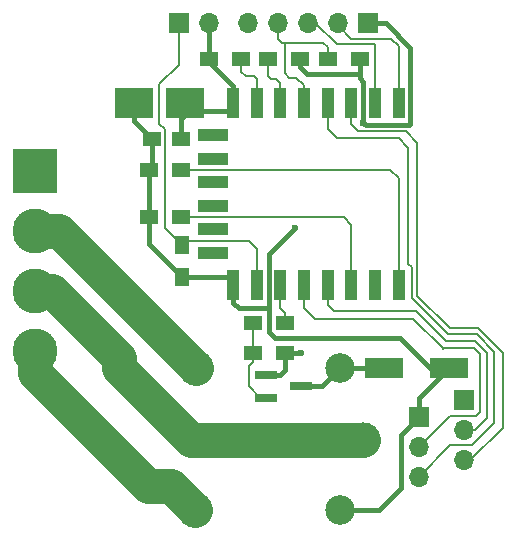
<source format=gbl>
G04 #@! TF.FileFunction,Copper,L2,Bot,Signal*
%FSLAX46Y46*%
G04 Gerber Fmt 4.6, Leading zero omitted, Abs format (unit mm)*
G04 Created by KiCad (PCBNEW 4.0.6) date Thursday, 27 July 2017 21:49:40*
%MOMM*%
%LPD*%
G01*
G04 APERTURE LIST*
%ADD10C,0.100000*%
%ADD11C,2.500000*%
%ADD12C,3.000000*%
%ADD13C,3.810000*%
%ADD14R,3.810000X3.810000*%
%ADD15R,3.200000X2.500000*%
%ADD16R,1.500000X1.250000*%
%ADD17R,3.300000X1.700000*%
%ADD18R,1.700000X1.700000*%
%ADD19O,1.700000X1.700000*%
%ADD20R,1.900000X0.800000*%
%ADD21R,1.500000X1.300000*%
%ADD22R,1.300000X1.500000*%
%ADD23R,1.100000X2.500000*%
%ADD24R,2.500000X1.100000*%
%ADD25C,0.600000*%
%ADD26C,0.400000*%
%ADD27C,0.200000*%
%ADD28C,3.000000*%
G04 APERTURE END LIST*
D10*
D11*
X145050000Y-102050000D03*
D12*
X132850000Y-102050000D03*
X132800000Y-114100000D03*
D11*
X145050000Y-114050000D03*
D12*
X147000000Y-108100000D03*
D13*
X119200000Y-90460000D03*
X119200000Y-95540000D03*
D14*
X119200000Y-85380000D03*
D13*
X119200000Y-100620000D03*
D15*
X127600000Y-79650000D03*
X131900000Y-79650000D03*
D16*
X131600000Y-82650000D03*
X129100000Y-82650000D03*
D17*
X154300000Y-102050000D03*
X148800000Y-102050000D03*
D18*
X131400000Y-72800000D03*
D19*
X133940000Y-72800000D03*
D20*
X138750000Y-104550000D03*
X138750000Y-102650000D03*
X141750000Y-103600000D03*
D21*
X131600000Y-85300000D03*
X128900000Y-85300000D03*
X131550000Y-89300000D03*
X128850000Y-89300000D03*
X140350000Y-100750000D03*
X137650000Y-100750000D03*
X133950000Y-75850000D03*
X136650000Y-75850000D03*
X137650000Y-98250000D03*
X140350000Y-98250000D03*
X144000000Y-75850000D03*
X146700000Y-75850000D03*
D22*
X131650000Y-91650000D03*
X131650000Y-94350000D03*
D21*
X141650000Y-75850000D03*
X138950000Y-75850000D03*
D23*
X150000000Y-95000000D03*
X148000000Y-95000000D03*
X146000000Y-95000000D03*
X144000000Y-95000000D03*
X142000000Y-95000000D03*
X140000000Y-95000000D03*
X138000000Y-95000000D03*
X136000000Y-95000000D03*
X136000000Y-79600000D03*
X138000000Y-79600000D03*
X140000000Y-79600000D03*
X142000000Y-79600000D03*
X144000000Y-79600000D03*
X146000000Y-79600000D03*
X148000000Y-79600000D03*
X150000000Y-79600000D03*
D24*
X134300000Y-92310000D03*
X134300000Y-90310000D03*
X134300000Y-88310000D03*
X134300000Y-86310000D03*
X134300000Y-84310000D03*
X134300000Y-82310000D03*
D18*
X147400000Y-72800000D03*
D19*
X144860000Y-72800000D03*
X142320000Y-72800000D03*
X139780000Y-72800000D03*
X137240000Y-72800000D03*
D18*
X151700000Y-106200000D03*
D19*
X151700000Y-108740000D03*
X151700000Y-111280000D03*
D18*
X155500000Y-104750000D03*
D19*
X155500000Y-107290000D03*
X155500000Y-109830000D03*
D25*
X147000000Y-81300000D03*
X141200000Y-90200000D03*
X141700000Y-100750000D03*
D26*
X147000000Y-81300000D02*
X147000000Y-81299998D01*
X142250000Y-77150000D02*
X146250000Y-77150000D01*
X146250000Y-77150000D02*
X146700000Y-77150000D01*
X146700000Y-77150000D02*
X146650000Y-77200000D01*
X146650000Y-77200000D02*
X146700000Y-77200000D01*
X146700000Y-77500000D02*
X146700000Y-77200000D01*
X146700000Y-77200000D02*
X146700000Y-75850000D01*
X147400000Y-72800000D02*
X148850000Y-72800000D01*
X148850000Y-72800000D02*
X148900000Y-72850000D01*
X151000000Y-81400000D02*
X151000000Y-74950000D01*
X151000000Y-74950000D02*
X148900000Y-72850000D01*
X136500000Y-97000000D02*
X138400000Y-97000000D01*
X138400000Y-97000000D02*
X139000000Y-97000000D01*
X139000000Y-97000000D02*
X138850000Y-97000000D01*
X138850000Y-97000000D02*
X139000000Y-97000000D01*
X139000000Y-97500000D02*
X139000000Y-97000000D01*
X139000000Y-97000000D02*
X139000000Y-92400000D01*
X139000000Y-92400000D02*
X141200000Y-90200000D01*
X145050000Y-114050000D02*
X148350000Y-114050000D01*
X148350000Y-114050000D02*
X150200000Y-112200000D01*
X150200000Y-112200000D02*
X150200000Y-107700000D01*
X150200000Y-107700000D02*
X151700000Y-106200000D01*
X154300000Y-102050000D02*
X154250000Y-102050000D01*
X154250000Y-102050000D02*
X151700000Y-104600000D01*
X151700000Y-104600000D02*
X151700000Y-106200000D01*
X149750000Y-99500000D02*
X150100000Y-99500000D01*
X150100000Y-99500000D02*
X152650000Y-102050000D01*
X152650000Y-102050000D02*
X154300000Y-102050000D01*
X136000000Y-96500000D02*
X136000000Y-94300000D01*
X149750000Y-99500000D02*
X139500000Y-99500000D01*
X139500000Y-99500000D02*
X139000000Y-99000000D01*
X139000000Y-99000000D02*
X139000000Y-97500000D01*
X136500000Y-97000000D02*
X136000000Y-96500000D01*
X127600000Y-78950000D02*
X127600000Y-79650000D01*
X127600000Y-79050000D02*
X127600000Y-79650000D01*
X127600000Y-79650000D02*
X127600000Y-79000000D01*
X147200000Y-81499998D02*
X150900002Y-81499998D01*
X146700000Y-77500000D02*
X147000000Y-77800000D01*
X147000000Y-77800000D02*
X147000000Y-81299998D01*
X147000000Y-81299998D02*
X147200000Y-81499998D01*
X150900002Y-81499998D02*
X151000000Y-81400000D01*
X128850000Y-89300000D02*
X128850000Y-91550000D01*
X128850000Y-91550000D02*
X131650000Y-94350000D01*
X128900000Y-85300000D02*
X128900000Y-89250000D01*
X128900000Y-89250000D02*
X128850000Y-89300000D01*
X129100000Y-82650000D02*
X129100000Y-85100000D01*
X129100000Y-85100000D02*
X128900000Y-85300000D01*
X127600000Y-79650000D02*
X127600000Y-81150000D01*
X127600000Y-81150000D02*
X129100000Y-82650000D01*
X141650000Y-76550000D02*
X142250000Y-77150000D01*
X141650000Y-75850000D02*
X141650000Y-76550000D01*
X131600000Y-94300000D02*
X136000000Y-94300000D01*
X140350000Y-100750000D02*
X141700000Y-100750000D01*
X140350000Y-100750000D02*
X140350000Y-102250000D01*
X140350000Y-102250000D02*
X139950000Y-102650000D01*
X139950000Y-102650000D02*
X138750000Y-102650000D01*
X136000000Y-80300000D02*
X132300000Y-80300000D01*
X131600000Y-81000000D02*
X131600000Y-82650000D01*
X132300000Y-80300000D02*
X131600000Y-81000000D01*
X133940000Y-72800000D02*
X133800000Y-72800000D01*
X136000000Y-80300000D02*
X136000000Y-78200000D01*
X133940000Y-76140000D02*
X133940000Y-75500000D01*
X133940000Y-75500000D02*
X133940000Y-72800000D01*
X136000000Y-78200000D02*
X133940000Y-76140000D01*
D27*
X131400000Y-72800000D02*
X131400000Y-76350000D01*
X130200000Y-90200000D02*
X131650000Y-91650000D01*
X130200000Y-81800000D02*
X130200000Y-90200000D01*
X129750000Y-81350000D02*
X130200000Y-81800000D01*
X129750000Y-78000000D02*
X129750000Y-81350000D01*
X131400000Y-76350000D02*
X129750000Y-78000000D01*
X131350000Y-72850000D02*
X131400000Y-72800000D01*
X131650000Y-91300000D02*
X137300000Y-91300000D01*
X138000000Y-92000000D02*
X138000000Y-94300000D01*
X137300000Y-91300000D02*
X138000000Y-92000000D01*
X140350000Y-98250000D02*
X140350000Y-97350000D01*
X140000000Y-97000000D02*
X140000000Y-94300000D01*
X140350000Y-97350000D02*
X140000000Y-97000000D01*
X140000000Y-94300000D02*
X140000000Y-96200000D01*
D26*
X145050000Y-102050000D02*
X148800000Y-102050000D01*
X141750000Y-103600000D02*
X143500000Y-103600000D01*
X143500000Y-103600000D02*
X145050000Y-102050000D01*
D27*
X144860000Y-72800000D02*
X144860000Y-73010000D01*
X144860000Y-73010000D02*
X146000000Y-74150000D01*
X150000000Y-74800000D02*
X150000000Y-80300000D01*
X149350000Y-74150000D02*
X150000000Y-74800000D01*
X146000000Y-74150000D02*
X149350000Y-74150000D01*
X144900000Y-72840000D02*
X144860000Y-72800000D01*
X142320000Y-72800000D02*
X142950000Y-72800000D01*
X142950000Y-72800000D02*
X144750000Y-74600000D01*
X148000000Y-74700000D02*
X148000000Y-80300000D01*
X147900000Y-74600000D02*
X148000000Y-74700000D01*
X144750000Y-74600000D02*
X147900000Y-74600000D01*
X142400000Y-72880000D02*
X142320000Y-72800000D01*
X156900000Y-100850000D02*
X156900000Y-105750000D01*
X156900000Y-105750000D02*
X156550000Y-106100000D01*
X156550000Y-106100000D02*
X154340000Y-106100000D01*
X154340000Y-106100000D02*
X151700000Y-108740000D01*
X153725000Y-100375000D02*
X156425000Y-100375000D01*
X156425000Y-100375000D02*
X156900000Y-100850000D01*
X150000000Y-97900000D02*
X151250000Y-97900000D01*
X151250000Y-97900000D02*
X153725000Y-100375000D01*
X153725000Y-100375000D02*
X153750000Y-100400000D01*
X150000000Y-97900000D02*
X142900000Y-97900000D01*
X142900000Y-97900000D02*
X142000000Y-97000000D01*
X142000000Y-97000000D02*
X142000000Y-94300000D01*
X157500000Y-100800000D02*
X157500000Y-106300000D01*
X157500000Y-106300000D02*
X156510000Y-107290000D01*
X156510000Y-107290000D02*
X155500000Y-107290000D01*
X150400000Y-97250000D02*
X151500000Y-97250000D01*
X151500000Y-97250000D02*
X154000000Y-99750000D01*
X154000000Y-99750000D02*
X156450000Y-99750000D01*
X156450000Y-99750000D02*
X157500000Y-100800000D01*
X144000000Y-94300000D02*
X144000000Y-96750000D01*
X144500000Y-97250000D02*
X150400000Y-97250000D01*
X144000000Y-96750000D02*
X144500000Y-97250000D01*
X142000000Y-80300000D02*
X142000000Y-78100000D01*
X140350000Y-77100000D02*
X140350000Y-74500000D01*
X140700000Y-77450000D02*
X140350000Y-77100000D01*
X141350000Y-77450000D02*
X140700000Y-77450000D01*
X142000000Y-78100000D02*
X141350000Y-77450000D01*
X139780000Y-72800000D02*
X139780000Y-74180000D01*
X144000000Y-74900000D02*
X144000000Y-75850000D01*
X143600000Y-74500000D02*
X144000000Y-74900000D01*
X140100000Y-74500000D02*
X140350000Y-74500000D01*
X140350000Y-74500000D02*
X143600000Y-74500000D01*
X139780000Y-74180000D02*
X140100000Y-74500000D01*
X139800000Y-72820000D02*
X139780000Y-72800000D01*
X137650000Y-100750000D02*
X137650000Y-101550000D01*
X137650000Y-101550000D02*
X137300000Y-101900000D01*
X137300000Y-101900000D02*
X137300000Y-103550000D01*
X137300000Y-103550000D02*
X138300000Y-104550000D01*
X138300000Y-104550000D02*
X138750000Y-104550000D01*
X137650000Y-100750000D02*
X137650000Y-98250000D01*
X131550000Y-89300000D02*
X145350000Y-89300000D01*
X146000000Y-89950000D02*
X146000000Y-94300000D01*
X145350000Y-89300000D02*
X146000000Y-89950000D01*
X136650000Y-75850000D02*
X136650000Y-76950000D01*
X138000000Y-77550000D02*
X138000000Y-80300000D01*
X137800000Y-77350000D02*
X138000000Y-77550000D01*
X137050000Y-77350000D02*
X137800000Y-77350000D01*
X136650000Y-76950000D02*
X137050000Y-77350000D01*
X158800000Y-100750000D02*
X158800000Y-107100000D01*
X158800000Y-107100000D02*
X156070000Y-109830000D01*
X156070000Y-109830000D02*
X155500000Y-109830000D01*
X151600000Y-83000000D02*
X151600000Y-95950000D01*
X151600000Y-95950000D02*
X154350000Y-98700000D01*
X154350000Y-98700000D02*
X156750000Y-98700000D01*
X156750000Y-98700000D02*
X158800000Y-100750000D01*
X146000000Y-80300000D02*
X146000000Y-81400000D01*
X146600000Y-82000000D02*
X146000000Y-81400000D01*
X150600000Y-82000000D02*
X146600000Y-82000000D01*
X151600000Y-83000000D02*
X150600000Y-82000000D01*
X158100000Y-100700000D02*
X158100000Y-106700000D01*
X158100000Y-106700000D02*
X156200000Y-108600000D01*
X156200000Y-108600000D02*
X154380000Y-108600000D01*
X154380000Y-108600000D02*
X151700000Y-111280000D01*
X151100000Y-93500000D02*
X151100000Y-96100000D01*
X151100000Y-96100000D02*
X154200000Y-99200000D01*
X154200000Y-99200000D02*
X156600000Y-99200000D01*
X156600000Y-99200000D02*
X158100000Y-100700000D01*
X158100000Y-100700000D02*
X158100000Y-100700000D01*
X144000000Y-80300000D02*
X144000000Y-81800000D01*
X150800000Y-93200000D02*
X151100000Y-93500000D01*
X150800000Y-83400000D02*
X150800000Y-93200000D01*
X150000000Y-82600000D02*
X150800000Y-83400000D01*
X144800000Y-82600000D02*
X150000000Y-82600000D01*
X144000000Y-81800000D02*
X144800000Y-82600000D01*
X138950000Y-75850000D02*
X138950000Y-77300000D01*
X140000000Y-77900000D02*
X140000000Y-80300000D01*
X139650000Y-77550000D02*
X140000000Y-77900000D01*
X139200000Y-77550000D02*
X139650000Y-77550000D01*
X138950000Y-77300000D02*
X139200000Y-77550000D01*
D28*
X120683142Y-95540000D02*
X126346571Y-101203429D01*
X119200000Y-95540000D02*
X120683142Y-95540000D01*
X147000000Y-108100000D02*
X132400000Y-108100000D01*
X126346571Y-102046571D02*
X126346571Y-101203429D01*
X132400000Y-108100000D02*
X126346571Y-102046571D01*
D27*
X131600000Y-85300000D02*
X149300000Y-85300000D01*
X150000000Y-86000000D02*
X150000000Y-94300000D01*
X149300000Y-85300000D02*
X150000000Y-86000000D01*
D28*
X119200000Y-90460000D02*
X121260000Y-90460000D01*
X121260000Y-90460000D02*
X132850000Y-102050000D01*
X119200000Y-102450000D02*
X128800000Y-112050000D01*
X130750000Y-112050000D02*
X132800000Y-114100000D01*
X128800000Y-112050000D02*
X130750000Y-112050000D01*
X119200000Y-100620000D02*
X119200000Y-102450000D01*
M02*

</source>
